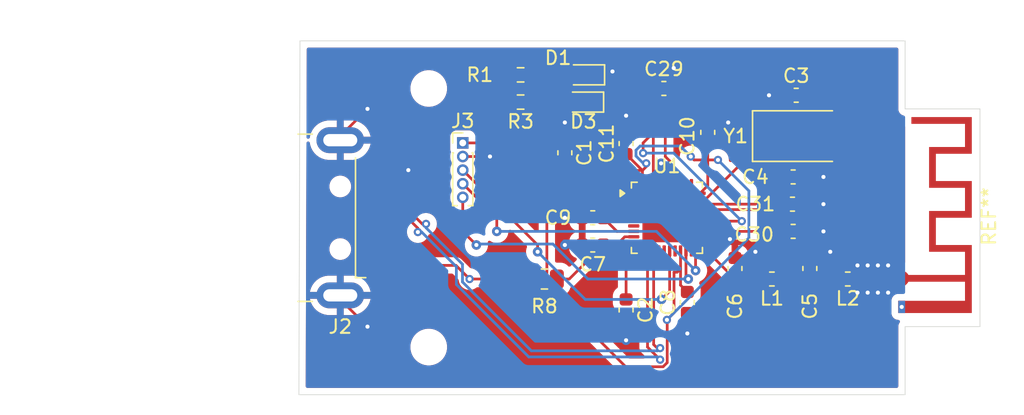
<source format=kicad_pcb>
(kicad_pcb (version 20241229) (generator "pcbnew") (generator_version "9.0")
  (layers (0 "F.Cu" signal) (2 "B.Cu" power) (13 "F.Paste" user) (15 "B.Paste" user) (5 "F.SilkS" user "F.Silkscreen") (7 "B.SilkS" user "B.Silkscreen") (1 "F.Mask" user) (3 "B.Mask" user) (25 "Edge.Cuts" user))
  (net 0 "")
  (net 1 "Net-(U1-DEC1)")
  (net 2 "GND")
  (net 3 "Net-(U1-DECUSB)")
  (net 4 "Net-(U1-XC2)")
  (net 5 "Net-(U1-XC1)")
  (net 6 "Net-(C5-Pad2)")
  (net 7 "Net-(U1-ANT)")
  (net 8 "VDD_nRF")
  (net 9 "Net-(U1-VBUS)")
  (net 10 "DEC4_6")
  (net 11 "DEC3")
  (net 12 "Net-(J3-Pin_4)")
  (net 13 "VBUS")
  (net 14 "Net-(J3-Pin_5)")
  (net 15 "Net-(J3-Pin_3)")
  (net 16 "ANT")
  (net 33 "D+")
  (net 34 "D-")
  (net 35 "Net-(D3-K)")
  (net 36 "Net-(D1-A)")
  (net 37 "Net-(D3-A)")
  (footprint "Capacitor_SMD:C_0603_1608Metric" (layer "F.Cu") (at 162 73.225 -90)
    (property "Reference" "C5" (at 2.775 0 90) (layer "F.SilkS"))
    (property "Value" "1.2pF")
    (fp_line (start -0.14058 0.51) (end 0.14058 0.51) (stroke (width 0.12)) (layer "F.SilkS"))
    (fp_line (start -0.14058 -0.51) (end 0.14058 -0.51) (stroke (width 0.12)) (layer "F.SilkS"))
    (pad "1" smd roundrect (at -0.775 0 270) (size 0.9 0.95) (layers "F.Cu" "F.Mask" "F.Paste") (net 2 "GND"))
    (pad "2" smd roundrect (at 0.775 0 270) (size 0.9 0.95) (layers "F.Cu" "F.Mask" "F.Paste") (net 6 "Net-(C5-Pad2)"))
  )
  (footprint "Connector_USB:USB_A_CNCTech_1001-011-01101_Horizontal" (layer "F.Cu") (at 120.6 69.5 180)
    (property "Reference" "J2" (at -6.9 -8 0) (layer "F.SilkS"))
    (property "Value" "USB_A")
    (fp_line (start -4.85 6.145) (end -3.8 6.145) (stroke (width 0.12)) (layer "F.SilkS"))
    (fp_line (start -4.85 -6.145) (end -3.8 -6.145) (stroke (width 0.12)) (layer "F.SilkS"))
    (fp_line (start -8.02 -4.4) (end -8.02 4.4) (stroke (width 0.12)) (layer "F.SilkS"))
    (fp_line (start -8.02 -4.4) (end -8.775 -4.4) (stroke (width 0.12)) (layer "F.SilkS"))
    (pad "" np_thru_hole circle (at -6.9 -2.3 180) (size 1.1 1.1) (drill 1.1) (layers "*.Cu" "*.Mask"))
    (pad "" np_thru_hole circle (at -6.9 2.3 180) (size 1.1 1.1) (drill 1.1) (layers "*.Cu" "*.Mask"))
    (pad "1" smd rect (at -9.65 -3.5 180) (size 2.5 1.1) (layers "F.Cu" "F.Mask" "F.Paste") (net 13 "VBUS"))
    (pad "2" smd rect (at -9.65 -1 180) (size 2.5 1.1) (layers "F.Cu" "F.Mask" "F.Paste") (net 34 "D-"))
    (pad "3" smd rect (at -9.65 1 180) (size 2.5 1.1) (layers "F.Cu" "F.Mask" "F.Paste") (net 33 "D+"))
    (pad "4" smd rect (at -9.65 3.5 180) (size 2.5 1.1) (layers "F.Cu" "F.Mask" "F.Paste") (net 2 "GND"))
    (pad "5" thru_hole oval (at -6.9 -5.7 180) (size 3.5 1.9) (drill oval 2.5 0.9) (property pad_prop_heatsink) (layers "*.Cu" "*.Mask") (net 2 "GND"))
    (pad "5" thru_hole oval (at -6.9 5.7 180) (size 3.5 1.9) (drill oval 2.5 0.9) (property pad_prop_heatsink) (layers "*.Cu" "*.Mask") (net 2 "GND"))
  )
  (footprint "Connector_PinHeader_1.00mm:PinHeader_1x05_P1.00mm_Vertical" (layer "F.Cu") (at 136.5 64)
    (property "Reference" "J3" (at 0 -1.61 0) (layer "F.SilkS"))
    (property "Value" "Conn_01x05_Pin")
    (fp_line (start -0.745 -0.735) (end 0 -0.735) (stroke (width 0.12)) (layer "F.SilkS"))
    (fp_line (start -0.745 0) (end -0.745 -0.735) (stroke (width 0.12)) (layer "F.SilkS"))
    (fp_line (start -0.745 0.735) (end -0.745 4.61) (stroke (width 0.12)) (layer "F.SilkS"))
    (fp_line (start -0.745 0.735) (end -0.685565 0.735) (stroke (width 0.12)) (layer "F.SilkS"))
    (fp_line (start -0.745 4.61) (end -0.41003 4.61) (stroke (width 0.12)) (layer "F.SilkS"))
    (fp_line (start 0.41003 4.61) (end 0.745 4.61) (stroke (width 0.12)) (layer "F.SilkS"))
    (fp_line (start 0.685565 0.735) (end 0.745 0.735) (stroke (width 0.12)) (layer "F.SilkS"))
    (fp_line (start 0.745 0.735) (end 0.745 4.61) (stroke (width 0.12)) (layer "F.SilkS"))
    (pad "1" thru_hole rect (at 0 0) (size 0.85 0.85) (drill 0.5) (layers "*.Cu" "*.Mask") (net 8 "VDD_nRF"))
    (pad "2" thru_hole circle (at 0 1) (size 0.85 0.85) (drill 0.5) (layers "*.Cu" "*.Mask") (net 2 "GND"))
    (pad "3" thru_hole circle (at 0 2) (size 0.85 0.85) (drill 0.5) (layers "*.Cu" "*.Mask") (net 15 "Net-(J3-Pin_3)"))
    (pad "4" thru_hole circle (at 0 3) (size 0.85 0.85) (drill 0.5) (layers "*.Cu" "*.Mask") (net 12 "Net-(J3-Pin_4)"))
    (pad "5" thru_hole circle (at 0 4) (size 0.85 0.85) (drill 0.5) (layers "*.Cu" "*.Mask") (net 14 "Net-(J3-Pin_5)"))
  )
  (footprint "Resistor_SMD:R_0805_2012Metric" (layer "F.Cu") (at 142.5 74 180)
    (property "Reference" "R8" (at 0 -2 0) (layer "F.SilkS"))
    (property "Value" "2R2")
    (fp_line (start -0.227064 0.735) (end 0.227064 0.735) (stroke (width 0.12)) (layer "F.SilkS"))
    (fp_line (start -0.227064 -0.735) (end 0.227064 -0.735) (stroke (width 0.12)) (layer "F.SilkS"))
    (pad "1" smd roundrect (at -0.9125 0 180) (size 1.025 1.4) (layers "F.Cu" "F.Mask" "F.Paste") (roundrect_rratio 0.243902) (net 9 "Net-(U1-VBUS)"))
    (pad "2" smd roundrect (at 0.9125 0 180) (size 1.025 1.4) (layers "F.Cu" "F.Mask" "F.Paste") (roundrect_rratio 0.243902) (net 13 "VBUS"))
  )
  (footprint "Capacitor_SMD:C_0603_1608Metric" (layer "F.Cu") (at 156.5 73.225 -90)
    (property "Reference" "C6" (at 2.775 0 90) (layer "F.SilkS"))
    (property "Value" "1.0pF")
    (fp_line (start -0.14058 0.51) (end 0.14058 0.51) (stroke (width 0.12)) (layer "F.SilkS"))
    (fp_line (start -0.14058 -0.51) (end 0.14058 -0.51) (stroke (width 0.12)) (layer "F.SilkS"))
    (pad "1" smd roundrect (at -0.775 0 270) (size 0.9 0.95) (layers "F.Cu" "F.Mask" "F.Paste") (net 2 "GND"))
    (pad "2" smd roundrect (at 0.775 0 270) (size 0.9 0.95) (layers "F.Cu" "F.Mask" "F.Paste") (net 7 "Net-(U1-ANT)"))
  )
  (footprint "Capacitor_SMD:C_0603_1608Metric" (layer "F.Cu") (at 160.775 66.5 180)
    (property "Reference" "C4" (at 2.775 0 180) (layer "F.SilkS"))
    (property "Value" "12pF")
    (fp_line (start -0.14058 0.51) (end 0.14058 0.51) (stroke (width 0.12)) (layer "F.SilkS"))
    (fp_line (start -0.14058 -0.51) (end 0.14058 -0.51) (stroke (width 0.12)) (layer "F.SilkS"))
    (pad "1" smd roundrect (at -0.775 0 180) (size 0.9 0.95) (layers "F.Cu" "F.Mask" "F.Paste") (net 2 "GND"))
    (pad "2" smd roundrect (at 0.775 0 180) (size 0.9 0.95) (layers "F.Cu" "F.Mask" "F.Paste") (net 5 "Net-(U1-XC1)"))
  )
  (footprint "Capacitor_SMD:C_0603_1608Metric" (layer "F.Cu") (at 148.5 76.275 -90)
    (property "Reference" "C2" (at 0 -1.43 90) (layer "F.SilkS"))
    (property "Value" "4.7uF")
    (fp_line (start -0.14058 0.51) (end 0.14058 0.51) (stroke (width 0.12)) (layer "F.SilkS"))
    (fp_line (start -0.14058 -0.51) (end 0.14058 -0.51) (stroke (width 0.12)) (layer "F.SilkS"))
    (pad "1" smd roundrect (at -0.775 0 270) (size 0.9 0.95) (layers "F.Cu" "F.Mask" "F.Paste") (net 3 "Net-(U1-DECUSB)"))
    (pad "2" smd roundrect (at 0.775 0 270) (size 0.9 0.95) (layers "F.Cu" "F.Mask" "F.Paste") (net 2 "GND"))
  )
  (footprint "RF_Antenna:Texas_SWRA117D_2.4GHz_Left" (layer "F.Cu") (at 168.75 73.95 -90)
    (property "Reference" "REF**" (at -4.55 -6.41 90) (layer "F.SilkS"))
    (property "Value" "Texas_SWRA117D_2.4GHz_Left")
    (fp_poly (pts (xy -2.45 -2.51) (xy -4.45 -2.51) (xy -4.45 -5.15) (xy -7.15 -5.15) (xy -7.15 -2.51) (xy -9.15 -2.51) (xy -9.15 -5.15) (xy -11.85 -5.15) (xy -11.85 -0.71) (xy -11.35 -0.71) (xy -11.35 -4.65) (xy -9.65 -4.65) (xy -9.65 -2.01) (xy -6.65 -2.01) (xy -6.65 -4.65) (xy -4.95 -4.65) (xy -4.95 -2.01) (xy -1.95 -2.01) (xy -1.95 -4.65) (xy -0.25 -4.65) (xy -0.25 0.25) (xy 0.25 0.25) (xy 0.25 -4.65) (xy 1.65 -4.65) (xy 1.65 0.25) (xy 2.55 0.25) (xy 2.55 0.006785) (xy 2.247583 0.006785) (xy 2.237742 0.054395) (xy 2.213674 0.096797) (xy 2.175731 0.129581) (xy 2.167819 0.133935) (xy 2.125156 0.146043) (xy 2.076637 0.1453) (xy 2.031122 0.1324) (xy 2.012511 0.121787) (xy 1.978868 0.086553) (xy 1.958309 0.041368) (xy 1.951778 -0.008158) (xy 1.960218 -0.056417) (xy 1.977112 -0.088643) (xy 2.012372 -0.121313) (xy 2.057682 -0.141408) (xy 2.107267 -0.147982) (xy 2.155353 -0.140092) (xy 2.188245 -0.123186) (xy 2.223185 -0.086416) (xy 2.242847 -0.041622) (xy 2.247583 0.006785) (xy 2.55 0.006785) (xy 2.55 -5.15) (xy -2.45 -5.15) (xy -2.45 -2.51)) (fill yes) (layer "F.Cu"))
    (pad "1" connect rect (at 0 0 270) (size 0.5 0.5) (layers "F.Cu") (net 16 "ANT"))
    (pad "2" thru_hole rect (at 2.1 0 270) (size 0.9 0.5) (drill 0.3) (layers "*.Cu"))
  )
  (footprint "LED_SMD:LED_0603_1608Metric" (layer "F.Cu") (at 145.3625 61 180)
    (property "Reference" "D3" (at 0 -1.43 0) (layer "F.SilkS"))
    (property "Value" "LED")
    (fp_line (start 0.8 -0.735) (end -1.485 -0.735) (stroke (width 0.12)) (layer "F.SilkS"))
    (fp_line (start -1.485 0.735) (end 0.8 0.735) (stroke (width 0.12)) (layer "F.SilkS"))
    (fp_line (start -1.485 -0.735) (end -1.485 0.735) (stroke (width 0.12)) (layer "F.SilkS"))
    (pad "1" smd roundrect (at -0.7875 0 180) (size 0.875 0.95) (layers "F.Cu" "F.Mask" "F.Paste") (net 35 "Net-(D3-K)"))
    (pad "2" smd roundrect (at 0.7875 0 180) (size 0.875 0.95) (layers "F.Cu" "F.Mask" "F.Paste") (net 37 "Net-(D3-A)"))
  )
  (footprint "Capacitor_SMD:C_0603_1608Metric" (layer "F.Cu") (at 146.05 69.5 180)
    (property "Reference" "C9" (at 2.55 0 180) (layer "F.SilkS"))
    (property "Value" "4.7uF")
    (fp_line (start -0.14058 0.51) (end 0.14058 0.51) (stroke (width 0.12)) (layer "F.SilkS"))
    (fp_line (start -0.14058 -0.51) (end 0.14058 -0.51) (stroke (width 0.12)) (layer "F.SilkS"))
    (pad "1" smd roundrect (at -0.775 0 180) (size 0.9 0.95) (layers "F.Cu" "F.Mask" "F.Paste") (net 8 "VDD_nRF"))
    (pad "2" smd roundrect (at 0.775 0 180) (size 0.9 0.95) (layers "F.Cu" "F.Mask" "F.Paste") (net 2 "GND"))
  )
  (footprint "Package_DFN_QFN:QFN-40-1EP_5x5mm_P0.4mm_EP3.6x3.6mm" (layer "F.Cu") (at 151.5 69.5)
    (property "Reference" "U1" (at 0 -3.8 0) (layer "F.SilkS"))
    (property "Value" "nRF52833_QDxx")
    (fp_line (start -2.61 -2.61) (end -2.185 -2.61) (stroke (width 0.12)) (layer "F.SilkS"))
    (fp_line (start -2.61 -2.185) (end -2.61 -2.61) (stroke (width 0.12)) (layer "F.SilkS"))
    (fp_line (start -2.61 2.61) (end -2.61 2.185) (stroke (width 0.12)) (layer "F.SilkS"))
    (fp_line (start -2.185 2.61) (end -2.61 2.61) (stroke (width 0.12)) (layer "F.SilkS"))
    (fp_line (start 2.185 -2.61) (end 2.61 -2.61) (stroke (width 0.12)) (layer "F.SilkS"))
    (fp_line (start 2.61 -2.61) (end 2.61 -2.185) (stroke (width 0.12)) (layer "F.SilkS"))
    (fp_line (start 2.61 2.185) (end 2.61 2.61) (stroke (width 0.12)) (layer "F.SilkS"))
    (fp_line (start 2.61 2.61) (end 2.185 2.61) (stroke (width 0.12)) (layer "F.SilkS"))
    (fp_poly (pts (xy -3.11 -1.8) (xy -3.44 -1.56) (xy -3.44 -2.04)) (stroke (width 0.12)) (fill yes) (layer "F.SilkS"))
    (pad "1" smd roundrect (at -2.4375 -1.8) (size 0.825 0.25) (layers "F.Cu" "F.Mask" "F.Paste") (net 1 "Net-(U1-DEC1)"))
    (pad "2" smd roundrect (at -2.4375 -1.4) (size 0.825 0.25) (layers "F.Cu" "F.Mask" "F.Paste"))
    (pad "3" smd roundrect (at -2.4375 -1) (size 0.825 0.25) (layers "F.Cu" "F.Mask" "F.Paste"))
    (pad "4" smd roundrect (at -2.4375 -0.6) (size 0.825 0.25) (layers "F.Cu" "F.Mask" "F.Paste"))
    (pad "5" smd roundrect (at -2.4375 -0.2) (size 0.825 0.25) (layers "F.Cu" "F.Mask" "F.Paste"))
    (pad "6" smd roundrect (at -2.4375 0.2) (size 0.825 0.25) (layers "F.Cu" "F.Mask" "F.Paste"))
    (pad "7" smd roundrect (at -2.4375 0.6) (size 0.825 0.25) (layers "F.Cu" "F.Mask" "F.Paste"))
    (pad "8" smd roundrect (at -2.4375 1) (size 0.825 0.25) (layers "F.Cu" "F.Mask" "F.Paste") (net 8 "VDD_nRF"))
    (pad "9" smd roundrect (at -2.4375 1.4) (size 0.825 0.25) (layers "F.Cu" "F.Mask" "F.Paste") (net 9 "Net-(U1-VBUS)"))
    (pad "10" smd roundrect (at -2.4375 1.8) (size 0.825 0.25) (layers "F.Cu" "F.Mask" "F.Paste") (net 9 "Net-(U1-VBUS)"))
    (pad "11" smd roundrect (at -1.8 2.4375) (size 0.25 0.825) (layers "F.Cu" "F.Mask" "F.Paste") (net 3 "Net-(U1-DECUSB)"))
    (pad "12" smd roundrect (at -1.4 2.4375) (size 0.25 0.825) (layers "F.Cu" "F.Mask" "F.Paste") (net 34 "D-"))
    (pad "13" smd roundrect (at -1 2.4375) (size 0.25 0.825) (layers "F.Cu" "F.Mask" "F.Paste") (net 33 "D+"))
    (pad "14" smd roundrect (at -0.6 2.4375) (size 0.25 0.825) (layers "F.Cu" "F.Mask" "F.Paste"))
    (pad "15" smd roundrect (at -0.2 2.4375) (size 0.25 0.825) (layers "F.Cu" "F.Mask" "F.Paste"))
    (pad "16" smd roundrect (at 0.2 2.4375) (size 0.25 0.825) (layers "F.Cu" "F.Mask" "F.Paste") (net 15 "Net-(J3-Pin_3)"))
    (pad "17" smd roundrect (at 0.6 2.4375) (size 0.25 0.825) (layers "F.Cu" "F.Mask" "F.Paste"))
    (pad "18" smd roundrect (at 1 2.4375) (size 0.25 0.825) (layers "F.Cu" "F.Mask" "F.Paste") (net 8 "VDD_nRF"))
    (pad "19" smd roundrect (at 1.4 2.4375) (size 0.25 0.825) (layers "F.Cu" "F.Mask" "F.Paste") (net 14 "Net-(J3-Pin_5)"))
    (pad "20" smd roundrect (at 1.8 2.4375) (size 0.25 0.825) (layers "F.Cu" "F.Mask" "F.Paste") (net 12 "Net-(J3-Pin_4)"))
    (pad "21" smd roundrect (at 2.4375 1.8) (size 0.825 0.25) (layers "F.Cu" "F.Mask" "F.Paste"))
    (pad "22" smd roundrect (at 2.4375 1.4) (size 0.825 0.25) (layers "F.Cu" "F.Mask" "F.Paste"))
    (pad "23" smd roundrect (at 2.4375 1) (size 0.825 0.25) (layers "F.Cu" "F.Mask" "F.Paste"))
    (pad "24" smd roundrect (at 2.4375 0.6) (size 0.825 0.25) (layers "F.Cu" "F.Mask" "F.Paste") (net 7 "Net-(U1-ANT)"))
    (pad "25" smd roundrect (at 2.4375 0.2) (size 0.825 0.25) (layers "F.Cu" "F.Mask" "F.Paste") (net 2 "GND"))
    (pad "26" smd roundrect (at 2.4375 -0.2) (size 0.825 0.25) (layers "F.Cu" "F.Mask" "F.Paste") (net 10 "DEC4_6"))
    (pad "27" smd roundrect (at 2.4375 -0.6) (size 0.825 0.25) (layers "F.Cu" "F.Mask" "F.Paste") (net 11 "DEC3"))
    (pad "28" smd roundrect (at 2.4375 -1) (size 0.825 0.25) (layers "F.Cu" "F.Mask" "F.Paste") (net 5 "Net-(U1-XC1)"))
    (pad "29" smd roundrect (at 2.4375 -1.4) (size 0.825 0.25) (layers "F.Cu" "F.Mask" "F.Paste") (net 4 "Net-(U1-XC2)"))
    (pad "30" smd roundrect (at 2.4375 -1.8) (size 0.825 0.25) (layers "F.Cu" "F.Mask" "F.Paste") (net 8 "VDD_nRF"))
    (pad "31" smd roundrect (at 1.8 -2.4375) (size 0.25 0.825) (layers "F.Cu" "F.Mask" "F.Paste"))
    (pad "32" smd roundrect (at 1.4 -2.4375) (size 0.25 0.825) (layers "F.Cu" "F.Mask" "F.Paste"))
    (pad "33" smd roundrect (at 1 -2.4375) (size 0.25 0.825) (layers "F.Cu" "F.Mask" "F.Paste"))
    (pad "34" smd roundrect (at 0.6 -2.4375) (size 0.25 0.825) (layers "F.Cu" "F.Mask" "F.Paste"))
    (pad "35" smd roundrect (at 0.2 -2.4375) (size 0.25 0.825) (layers "F.Cu" "F.Mask" "F.Paste") (net 35 "Net-(D3-K)"))
    (pad "36" smd roundrect (at -0.2 -2.4375) (size 0.25 0.825) (layers "F.Cu" "F.Mask" "F.Paste"))
    (pad "37" smd roundrect (at -0.6 -2.4375) (size 0.25 0.825) (layers "F.Cu" "F.Mask" "F.Paste") (net 2 "GND"))
    (pad "38" smd roundrect (at -1 -2.4375) (size 0.25 0.825) (layers "F.Cu" "F.Mask" "F.Paste") (net 10 "DEC4_6"))
    (pad "39" smd roundrect (at -1.4 -2.4375) (size 0.25 0.825) (layers "F.Cu" "F.Mask" "F.Paste"))
    (pad "40" smd roundrect (at -1.8 -2.4375) (size 0.25 0.825) (layers "F.Cu" "F.Mask" "F.Paste") (net 8 "VDD_nRF"))
    (pad "41" smd rect (at 0 0) (size 3.6 3.6) (property pad_prop_heatsink) (layers "F.Cu" "F.Mask") (net 2 "GND"))
  )
  (footprint "Capacitor_SMD:C_0603_1608Metric" (layer "F.Cu") (at 153 75.725 90)
    (property "Reference" "C8" (at 0 -1.43 90) (layer "F.SilkS"))
    (property "Value" "100nF")
    (fp_line (start -0.14058 -0.51) (end 0.14058 -0.51) (stroke (width 0.12)) (layer "F.SilkS"))
    (fp_line (start -0.14058 0.51) (end 0.14058 0.51) (stroke (width 0.12)) (layer "F.SilkS"))
    (pad "1" smd roundrect (at -0.775 0 90) (size 0.9 0.95) (layers "F.Cu" "F.Mask" "F.Paste") (net 2 "GND"))
    (pad "2" smd roundrect (at 0.775 0 90) (size 0.9 0.95) (layers "F.Cu" "F.Mask" "F.Paste") (net 8 "VDD_nRF"))
  )
  (footprint "Capacitor_SMD:C_0603_1608Metric" (layer "F.Cu") (at 161 60.5)
    (property "Reference" "C3" (at 0 -1.43 0) (layer "F.SilkS"))
    (property "Value" "12pF")
    (fp_line (start -0.14058 -0.51) (end 0.14058 -0.51) (stroke (width 0.12)) (layer "F.SilkS"))
    (fp_line (start -0.14058 0.51) (end 0.14058 0.51) (stroke (width 0.12)) (layer "F.SilkS"))
    (pad "1" smd roundrect (at -0.775 0) (size 0.9 0.95) (layers "F.Cu" "F.Mask" "F.Paste") (net 2 "GND"))
    (pad "2" smd roundrect (at 0.775 0) (size 0.9 0.95) (layers "F.Cu" "F.Mask" "F.Paste") (net 4 "Net-(U1-XC2)"))
  )
  (footprint "MountingHole:MountingHole_2.2mm_M2" (layer "F.Cu") (at 134 60)
    (property "Reference" "H2" (hide yes))
    (property "Value" "MountingHole")
    (pad "" np_thru_hole circle (at 0 0) (size 2.2 2.2) (drill 2.2) (layers "*.Cu" "*.Mask"))
  )
  (footprint "Capacitor_SMD:C_0603_1608Metric" (layer "F.Cu") (at 160.725 68.5)
    (property "Reference" "C31" (at -2.725 0 0) (layer "F.SilkS"))
    (property "Value" "100pF")
    (fp_line (start -0.14058 -0.51) (end 0.14058 -0.51) (stroke (width 0.12)) (layer "F.SilkS"))
    (fp_line (start -0.14058 0.51) (end 0.14058 0.51) (stroke (width 0.12)) (layer "F.SilkS"))
    (pad "1" smd roundrect (at -0.775 0) (size 0.9 0.95) (layers "F.Cu" "F.Mask" "F.Paste") (net 11 "DEC3"))
    (pad "2" smd roundrect (at 0.775 0) (size 0.9 0.95) (layers "F.Cu" "F.Mask" "F.Paste") (net 2 "GND"))
  )
  (footprint "Resistor_SMD:R_0603_1608Metric" (layer "F.Cu") (at 140.75 59 180)
    (property "Reference" "R1" (at 3 0 0) (layer "F.SilkS"))
    (property "Value" "1.0k")
    (fp_line (start -0.237258 0.5225) (end 0.237258 0.5225) (stroke (width 0.12)) (layer "F.SilkS"))
    (fp_line (start -0.237258 -0.5225) (end 0.237258 -0.5225) (stroke (width 0.12)) (layer "F.SilkS"))
    (pad "1" smd roundrect (at -0.825 0 180) (size 0.8 0.95) (layers "F.Cu" "F.Mask" "F.Paste") (net 36 "Net-(D1-A)"))
    (pad "2" smd roundrect (at 0.825 0 180) (size 0.8 0.95) (layers "F.Cu" "F.Mask" "F.Paste") (net 8 "VDD_nRF"))
  )
  (footprint "Capacitor_SMD:C_0603_1608Metric" (layer "F.Cu") (at 146.05 71.5 180)
    (property "Reference" "C7" (at 0 -1.43 180) (layer "F.SilkS"))
    (property "Value" "4.7uF")
    (fp_line (start -0.14058 0.51) (end 0.14058 0.51) (stroke (width 0.12)) (layer "F.SilkS"))
    (fp_line (start -0.14058 -0.51) (end 0.14058 -0.51) (stroke (width 0.12)) (layer "F.SilkS"))
    (pad "1" smd roundrect (at -0.775 0 180) (size 0.9 0.95) (layers "F.Cu" "F.Mask" "F.Paste") (net 9 "Net-(U1-VBUS)"))
    (pad "2" smd roundrect (at 0.775 0 180) (size 0.9 0.95) (layers "F.Cu" "F.Mask" "F.Paste") (net 2 "GND"))
  )
  (footprint "LED_SMD:LED_0603_1608Metric" (layer "F.Cu") (at 145.435 59 180)
    (property "Reference" "D1" (at 1.935 1.25 0) (layer "F.SilkS"))
    (property "Value" "LED")
    (fp_line (start 0.8 -0.735) (end -1.485 -0.735) (stroke (width 0.12)) (layer "F.SilkS"))
    (fp_line (start -1.485 0.735) (end 0.8 0.735) (stroke (width 0.12)) (layer "F.SilkS"))
    (fp_line (start -1.485 -0.735) (end -1.485 0.735) (stroke (width 0.12)) (layer "F.SilkS"))
    (pad "1" smd roundrect (at -0.7875 0 180) (size 0.875 0.95) (layers "F.Cu" "F.Mask" "F.Paste") (net 2 "GND"))
    (pad "2" smd roundrect (at 0.7875 0 180) (size 0.875 0.95) (layers "F.Cu" "F.Mask" "F.Paste") (net 36 "Net-(D1-A)"))
  )
  (footprint "Capacitor_SMD:C_0603_1608Metric" (layer "F.Cu") (at 160.775 70.5 180)
    (property "Reference" "C30" (at 2.865 -0.235 0) (layer "F.SilkS"))
    (property "Value" "N.C.")
    (fp_line (start -0.14058 0.51) (end 0.14058 0.51) (stroke (width 0.12)) (layer "F.SilkS"))
    (fp_line (start -0.14058 -0.51) (end 0.14058 -0.51) (stroke (width 0.12)) (layer "F.SilkS"))
    (pad "1" smd roundrect (at -0.775 0 180) (size 0.9 0.95) (layers "F.Cu" "F.Mask" "F.Paste") (net 2 "GND"))
    (pad "2" smd roundrect (at 0.775 0 180) (size 0.9 0.95) (layers "F.Cu" "F.Mask" "F.Paste") (net 10 "DEC4_6"))
  )
  (footprint "Capacitor_SMD:C_0603_1608Metric" (layer "F.Cu") (at 151.275 60)
    (property "Reference" "C29" (at 0 -1.43 0) (layer "F.SilkS"))
    (property "Value" "1.0uF")
    (fp_line (start -0.14058 -0.51) (end 0.14058 -0.51) (stroke (width 0.12)) (layer "F.SilkS"))
    (fp_line (start -0.14058 0.51) (end 0.14058 0.51) (stroke (width 0.12)) (layer "F.SilkS"))
    (pad "1" smd roundrect (at -0.775 0) (size 0.9 0.95) (layers "F.Cu" "F.Mask" "F.Paste") (net 10 "DEC4_6"))
    (pad "2" smd roundrect (at 0.775 0) (size 0.9 0.95) (layers "F.Cu" "F.Mask" "F.Paste") (net 2 "GND"))
  )
  (footprint "Capacitor_SMD:C_0603_1608Metric" (layer "F.Cu") (at 148.5 64.05 90)
    (property "Reference" "C11" (at 0 -1.43 90) (layer "F.SilkS"))
    (property "Value" "1.0uF")
    (fp_line (start -0.14058 -0.51) (end 0.14058 -0.51) (stroke (width 0.12)) (layer "F.SilkS"))
    (fp_line (start -0.14058 0.51) (end 0.14058 0.51) (stroke (width 0.12)) (layer "F.SilkS"))
    (pad "1" smd roundrect (at -0.775 0 90) (size 0.9 0.95) (layers "F.Cu" "F.Mask" "F.Paste") (net 8 "VDD_nRF"))
    (pad "2" smd roundrect (at 0.775 0 90) (size 0.9 0.95) (layers "F.Cu" "F.Mask" "F.Paste") (net 2 "GND"))
  )
  (footprint "MountingHole:MountingHole_2.2mm_M2" (layer "F.Cu") (at 134 79)
    (property "Reference" "H1" (hide yes))
    (property "Value" "MountingHole")
    (pad "" np_thru_hole circle (at 0 0) (size 2.2 2.2) (drill 2.2) (layers "*.Cu" "*.Mask"))
  )
  (footprint "Capacitor_SMD:C_0603_1608Metric" (layer "F.Cu") (at 154.5 63.225 -90)
    (property "Reference" "C10" (at 0.275 1.5 90) (layer "F.SilkS"))
    (property "Value" "100nF")
    (fp_line (start -0.14058 0.51) (end 0.14058 0.51) (stroke (width 0.12)) (layer "F.SilkS"))
    (fp_line (start -0.14058 -0.51) (end 0.14058 -0.51) (stroke (width 0.12)) (layer "F.SilkS"))
    (pad "1" smd roundrect (at -0.775 0 270) (size 0.9 0.95) (layers "F.Cu" "F.Mask" "F.Paste") (net 2 "GND"))
    (pad "2" smd roundrect (at 0.775 0 270) (size 0.9 0.95) (layers "F.Cu" "F.Mask" "F.Paste") (net 8 "VDD_nRF"))
  )
  (footprint "Inductor_SMD:L_0603_1608Metric" (layer "F.Cu") (at 164.7875 74 180)
    (property "Reference" "L2" (at 0 -1.43 0) (layer "F.SilkS"))
    (property "Value" "2.2nH")
    (fp_line (start -0.162779 0.51) (end 0.162779 0.51) (stroke (width 0.12)) (layer "F.SilkS"))
    (fp_line (start -0.162779 -0.51) (end 0.162779 -0.51) (stroke (width 0.12)) (layer "F.SilkS"))
    (pad "1" smd roundrect (at -0.7875 0 180) (size 0.875 0.95) (layers "F.Cu" "F.Mask" "F.Paste") (net 16 "ANT"))
    (pad "2" smd roundrect (at 0.7875 0 180) (size 0.875 0.95) (layers "F.Cu" "F.Mask" "F.Paste") (net 6 "Net-(C5-Pad2)"))
  )
  (footprint "Crystal:Crystal_SMD_5032-2Pin_5.0x3.2mm" (layer "F.Cu") (at 160.9 63.5)
    (property "Reference" "Y1" (at -4.35 0 0) (layer "F.SilkS"))
    (property "Value" "32MHz")
    (fp_line (start -3.11 -1.86) (end -3.11 1.86) (stroke (width 0.12)) (layer "F.SilkS"))
    (fp_line (start -3.11 1.86) (end 2.76 1.86) (stroke (width 0.12)) (layer "F.SilkS"))
    (fp_line (start 2.76 -1.86) (end -3.11 -1.86) (stroke (width 0.12)) (layer "F.SilkS"))
    (pad "1" smd roundrect (at -1.85 0) (size 2 2.4) (layers "F.Cu" "F.Mask" "F.Paste") (roundrect_rratio 0.125) (net 5 "Net-(U1-XC1)"))
    (pad "2" smd roundrect (at 1.85 0) (size 2 2.4) (layers "F.Cu" "F.Mask" "F.Paste") (roundrect_rratio 0.125) (net 4 "Net-(U1-XC2)"))
  )
  (footprint "Inductor_SMD:L_0603_1608Metric" (layer "F.Cu") (at 159.2125 74 180)
    (property "Reference" "L1" (at 0 -1.43 0) (layer "F.SilkS"))
    (property "Value" "4.7nH")
    (fp_line (start -0.162779 0.51) (end 0.162779 0.51) (stroke (width 0.12)) (layer "F.SilkS"))
    (fp_line (start -0.162779 -0.51) (end 0.162779 -0.51) (stroke (width 0.12)) (layer "F.SilkS"))
    (pad "1" smd roundrect (at -0.7875 0 180) (size 0.875 0.95) (layers "F.Cu" "F.Mask" "F.Paste") (net 6 "Net-(C5-Pad2)"))
    (pad "2" smd roundrect (at 0.7875 0 180) (size 0.875 0.95) (layers "F.Cu" "F.Mask" "F.Paste") (net 7 "Net-(U1-ANT)"))
  )
  (footprint "Resistor_SMD:R_0603_1608Metric" (layer "F.Cu") (at 140.75 61 180)
    (property "Reference" "R3" (at 0 -1.43 0) (layer "F.SilkS"))
    (property "Value" "1.0k")
    (fp_line (start -0.237258 0.5225) (end 0.237258 0.5225) (stroke (width 0.12)) (layer "F.SilkS"))
    (fp_line (start -0.237258 -0.5225) (end 0.237258 -0.5225) (stroke (width 0.12)) (layer "F.SilkS"))
    (pad "1" smd roundrect (at -0.825 0 180) (size 0.8 0.95) (layers "F.Cu" "F.Mask" "F.Paste") (net 37 "Net-(D3-A)"))
    (pad "2" smd roundrect (at 0.825 0 180) (size 0.8 0.95) (layers "F.Cu" "F.Mask" "F.Paste") (net 8 "VDD_nRF"))
  )
  (footprint "Capacitor_SMD:C_0603_1608Metric" (layer "F.Cu") (at 144 64.725 -90)
    (property "Reference" "C1" (at 0 -1.43 90) (layer "F.SilkS"))
    (property "Value" "100nF")
    (fp_line (start -0.14058 0.51) (end 0.14058 0.51) (stroke (width 0.12)) (layer "F.SilkS"))
    (fp_line (start -0.14058 -0.51) (end 0.14058 -0.51) (stroke (width 0.12)) (layer "F.SilkS"))
    (pad "1" smd roundrect (at -0.775 0 270) (size 0.9 0.95) (layers "F.Cu" "F.Mask" "F.Paste") (net 2 "GND"))
    (pad "2" smd roundrect (at 0.775 0 270) (size 0.9 0.95) (layers "F.Cu" "F.Mask" "F.Paste") (net 1 "Net-(U1-DEC1)"))
  )
  (gr_line (start 169 82.5) (end 124.46 82.5) (stroke (width 0.05)) (layer "Edge.Cuts"))
  (gr_line (start 169 56.5) (end 169 61.5) (stroke (width 0.05)) (layer "Edge.Cuts"))
  (gr_line (start 169 77.5) (end 169 82.5) (stroke (width 0.05)) (layer "Edge.Cuts"))
  (gr_line (start 169 77.5) (end 174.5 77.5) (stroke (width 0.05)) (layer "Edge.Cuts"))
  (gr_line (start 174.5 61.5) (end 174.5 77.5) (stroke (width 0.05)) (layer "Edge.Cuts"))
  (gr_line (start 124.54 56.5) (end 169 56.5) (stroke (width 0.05)) (layer "Edge.Cuts"))
  (gr_line (start 124.46 82.5) (end 124.54 56.5) (stroke (width 0.05)) (layer "Edge.Cuts"))
  (gr_line (start 169 61.5) (end 174.5 61.5) (stroke (width 0.05)) (layer "Edge.Cuts"))
  (segment (start 146.2 67.7) (end 144 65.5) (width 0.2) (layer "F.Cu") (net 1))
  (segment (start 149.0625 67.7) (end 146.2 67.7) (width 0.2) (layer "F.Cu") (net 1))
  (segment (start 162 72.45) (end 163.05 72.45) (width 0.2) (layer "F.Cu") (net 2))
  (segment (start 154.406624 69.7) (end 155.776624 71.07) (width 0.2) (layer "F.Cu") (net 2))
  (segment (start 136.5 65) (end 138.5 65) (width 0.2) (layer "F.Cu") (net 2))
  (segment (start 148.5 77.05) (end 148.5 78.5) (width 0.3) (layer "F.Cu") (net 2))
  (segment (start 144 63.95) (end 144 62.5) (width 0.3) (layer "F.Cu") (net 2))
  (segment (start 157.55 72.45) (end 158 72) (width 0.2) (layer "F.Cu") (net 2))
  (segment (start 154.5 62.45) (end 155.95 62.45) (width 0.2) (layer "F.Cu") (net 2))
  (segment (start 152.05 58.55) (end 152 58.5) (width 0.2) (layer "F.Cu") (net 2))
  (segment (start 155.776624 71.07) (end 156.128763 71.07) (width 0.2) (layer "F.Cu") (net 2))
  (segment (start 160.225 60.5) (end 159 60.5) (width 0.3) (layer "F.Cu") (net 2))
  (segment (start 148.5 63.275) (end 148.5 62) (width 0.3) (layer "F.Cu") (net 2))
  (segment (start 127.5 75.5) (end 129.5 77.5) (width 0.2) (layer "F.Cu") (net 2))
  (segment (start 161.55 66.5) (end 163 66.5) (width 0.2) (layer "F.Cu") (net 2))
  (segment (start 153.9375 69.7) (end 151.7 69.7) (width 0.2) (layer "F.Cu") (net 2))
  (segment (start 130.25 66) (end 132.5 66) (width 0.2) (layer "F.Cu") (net 2))
  (segment (start 153.9375 69.7) (end 154.406624 69.7) (width 0.2) (layer "F.Cu") (net 2))
  (segment (start 152.05 60) (end 152.05 58.55) (width 0.2) (layer "F.Cu") (net 2))
  (segment (start 147.25 59) (end 147.5 58.75) (width 0.2) (layer "F.Cu") (net 2))
  (segment (start 161.5 68.5) (end 163 68.5) (width 0.2) (layer "F.Cu") (net 2))
  (segment (start 145.275 71.5) (end 144 71.5) (width 0.3) (layer "F.Cu") (net 2))
  (segment (start 155.95 62.45) (end 156 62.5) (width 0.2) (layer "F.Cu") (net 2))
  (segment (start 151.7 69.7) (end 151.5 69.5) (width 0.2) (layer "F.Cu") (net 2))
  (segment (start 127.5 63.8) (end 127.5 63.5) (width 0.2) (layer "F.Cu") (net 2))
  (segment (start 145.275 69.5) (end 144 69.5) (width 0.3) (layer "F.Cu") (net 2))
  (segment (start 150.9 67.0625) (end 150.9 65.67) (width 0.2) (layer "F.Cu") (net 2))
  (segment (start 161.55 70.5) (end 163 70.5) (width 0.2) (layer "F.Cu") (net 2))
  (segment (start 163.05 72.45) (end 163.5 72) (width 0.2) (layer "F.Cu") (net 2))
  (segment (start 153 76.5) (end 153 78) (width 0.3) (layer "F.Cu") (net 2))
  (segment (start 150.9 65.67) (end 151.07 65.5) (width 0.2) (layer "F.Cu") (net 2))
  (segment (start 127.5 75.2) (end 127.5 75.5) (width 0.2) (layer "F.Cu") (net 2))
  (segment (start 127.5 63.5) (end 129.5 61.5) (width 0.2) (layer "F.Cu") (net 2))
  (segment (start 156.5 72.45) (end 157.55 72.45) (width 0.2) (layer "F.Cu") (net 2))
  (segment (start 146.2225 59) (end 147.25 59) (width 0.2) (layer "F.Cu") (net 2))
  (via (at 163 66.5) (size 0.7) (drill 0.3) (layers "F.Cu" "B.Cu") (net 2))
  (via (at 153 78) (size 0.7) (drill 0.3) (layers "F.Cu" "B.Cu") (net 2))
  (via (at 165.5 75) (size 0.6) (drill 0.3) (layers "F.Cu" "B.Cu") (net 2))
  (via (at 148.5 62) (size 0.7) (drill 0.3) (layers "F.Cu" "B.Cu") (net 2))
  (via (at 163.5 72) (size 0.6) (drill 0.3) (layers "F.Cu" "B.Cu") (net 2))
  (via (at 138.5 65) (size 0.7) (drill 0.3) (layers "F.Cu" "B.Cu") (net 2))
  (via (at 144 69.5) (size 0.7) (drill 0.3) (layers "F.Cu" "B.Cu") (net 2))
  (via (at 167.75 73) (size 0.6) (drill 0.3) (layers "F.Cu" "B.Cu") (net 2))
  (via (at 132.5 66) (size 0.7) (drill 0.3) (layers "F.Cu" "B.Cu") (net 2))
  (via (at 156 62.5) (size 0.7) (drill 0.3) (layers "F.Cu" "B.Cu") (net 2))
  (via (at 167 75) (size 0.6) (drill 0.3) (layers "F.Cu" "B.Cu") (net 2))
  (via (at 148.5 78.5) (size 0.7) (drill 0.3) (layers "F.Cu" "B.Cu") (net 2))
  (via (at 156.128763 71.07) (size 0.7) (drill 0.3) (layers "F.Cu" "B.Cu") (net 2))
  (via (at 158 72) (size 0.6) (drill 0.3) (layers "F.Cu" "B.Cu") (net 2))
  (via (at 129.5 61.5) (size 0.7) (drill 0.3) (layers "F.Cu" "B.Cu") (net 2))
  (via (at 151.07 65.5) (size 0.7) (drill 0.3) (layers "F.Cu" "B.Cu") (net 2))
  (via (at 167.75 75) (size 0.6) (drill 0.3) (layers "F.Cu" "B.Cu") (net 2))
  (via (at 147.5 58.75) (size 0.6) (drill 0.3) (layers "F.Cu" "B.Cu") (net 2))
  (via (at 129.5 77.5) (size 0.7) (drill 0.3) (layers "F.Cu" "B.Cu") (net 2))
  (via (at 144 62.5) (size 0.7) (drill 0.3) (layers "F.Cu" "B.Cu") (net 2))
  (via (at 144 71.5) (size 0.7) (drill 0.3) (layers "F.Cu" "B.Cu") (net 2))
  (via (at 163 68.5) (size 0.7) (drill 0.3) (layers "F.Cu" "B.Cu") (net 2))
  (via (at 152 58.5) (size 0.7) (drill 0.3) (layers "F.Cu" "B.Cu") (net 2))
  (via (at 167 73) (size 0.6) (drill 0.3) (layers "F.Cu" "B.Cu") (net 2))
  (via (at 159 60.5) (size 0.7) (drill 0.3) (layers "F.Cu" "B.Cu") (net 2))
  (via (at 165.5 73) (size 0.6) (drill 0.3) (layers "F.Cu" "B.Cu") (net 2))
  (via (at 163 70.5) (size 0.7) (drill 0.3) (layers "F.Cu" "B.Cu") (net 2))
  (via (at 166.25 75) (size 0.6) (drill 0.3) (layers "F.Cu" "B.Cu") (net 2))
  (via (at 166.25 73) (size 0.6) (drill 0.3) (layers "F.Cu" "B.Cu") (net 2))
  (segment (start 148.5 73.1375) (end 149.7 71.9375) (width 0.2) (layer "F.Cu") (net 3))
  (segment (start 148.5 75.5) (end 148.5 73.1375) (width 0.2) (layer "F.Cu") (net 3))
  (segment (start 160.196 62.079) (end 161.775 60.5) (width 0.2) (layer "F.Cu") (net 4))
  (segment (start 162.75 63.5) (end 162.75 61.475) (width 0.2) (layer "F.Cu") (net 4))
  (segment (start 162.75 61.475) (end 161.775 60.5) (width 0.2) (layer "F.Cu") (net 4))
  (segment (start 153.9375 68.1) (end 154.381022 68.1) (width 0.2) (layer "F.Cu") (net 4))
  (segment (start 157.829 62.347978) (end 158.097978 62.079) (width 0.2) (layer "F.Cu") (net 4))
  (segment (start 157.829 64.652022) (end 157.829 62.347978) (width 0.2) (layer "F.Cu") (net 4))
  (segment (start 154.381022 68.1) (end 157.829 64.652022) (width 0.2) (layer "F.Cu") (net 4))
  (segment (start 158.097978 62.079) (end 160.196 62.079) (width 0.2) (layer "F.Cu") (net 4))
  (segment (start 160 64.45) (end 159.05 63.5) (width 0.2) (layer "F.Cu") (net 5))
  (segment (start 160 66.5) (end 158 68.5) (width 0.2) (layer "F.Cu") (net 5))
  (segment (start 158 68.5) (end 153.9375 68.5) (width 0.2) (layer "F.Cu") (net 5))
  (segment (start 160 66.5) (end 160 64.45) (width 0.2) (layer "F.Cu") (net 5))
  (segment (start 160 74) (end 162 74) (width 0.2) (layer "F.Cu") (net 6))
  (segment (start 162 74) (end 164 74) (width 0.2) (layer "F.Cu") (net 6))
  (segment (start 154.571 70.318338) (end 154.352662 70.1) (width 0.2) (layer "F.Cu") (net 7))
  (segment (start 156.5 74) (end 158.425 74) (width 0.2) (layer "F.Cu") (net 7))
  (segment (start 154.352662 70.1) (end 153.9375 70.1) (width 0.2) (layer "F.Cu") (net 7))
  (segment (start 156.5 74) (end 154.571 72.071) (width 0.2) (layer "F.Cu") (net 7))
  (segment (start 154.571 72.071) (end 154.571 70.318338) (width 0.2) (layer "F.Cu") (net 7))
  (segment (start 138.25 61.5) (end 138.25 60) (width 0.2) (layer "F.Cu") (net 8))
  (segment (start 139.25 59) (end 139.925 59) (width 0.2) (layer "F.Cu") (net 8))
  (segment (start 149.98 65.745) (end 149.98 65.5) (width 0.2) (layer "F.Cu") (net 8))
  (segment (start 153 74.95) (end 152.5 74.45) (width 0.2) (layer "F.Cu") (net 8))
  (segment (start 151.521 77.021) (end 151.521 80.140806) (width 0.2) (layer "F.Cu") (net 8))
  (segment (start 151.5 77) (end 152.021 76.479) (width 0.2) (layer "F.Cu") (net 8))
  (segment (start 152.5 74.45) (end 152.5 73.25) (width 0.2) (layer "F.Cu") (net 8))
  (segment (start 154.5 65.25) (end 155.25 65.25) (width 0.2) (layer "F.Cu") (net 8))
  (segment (start 152.5 73.25) (end 152.5 71.9375) (width 0.2) (layer "F.Cu") (net 8))
  (segment (start 139.925 63.575) (end 139.5 64) (width 0.2) (layer "F.Cu") (net 8))
  (segment (start 148.472978 80.446) (end 142.679 74.652022) (width 0.2) (layer "F.Cu") (net 8))
  (segment (start 136.5 64) (end 139.5 64) (width 0.2) (layer "F.Cu") (net 8))
  (segment (start 151.521 80.140806) (end 151.215806 80.446) (width 0.2) (layer "F.Cu") (net 8))
  (segment (start 147.825 70.5) (end 149.0625 70.5) (width 0.2) (layer "F.Cu") (net 8))
  (segment (start 153.5 65.25) (end 154.5 65.25) (width 0.2) (layer "F.Cu") (net 8))
  (segment (start 149.7 66.025) (end 146.525 66.025) (width 0.2) (layer "F.Cu") (net 8))
  (segment (start 152.021 73.5) (end 152.25 73.5) (width 0.2) (layer "F.Cu") (net 8))
  (segment (start 138.25 60) (end 139.25 59) (width 0.2) (layer "F.Cu") (net 8))
  (segment (start 146.825 69.5) (end 147.825 70.5) (width 0.2) (layer "F.Cu") (net 8))
  (segment (start 139.25 62.5) (end 138.25 61.5) (width 0.2) (layer "F.Cu") (net 8))
  (segment (start 144.825 67.5) (end 146.825 69.5) (width 0.2) (layer "F.Cu") (net 8))
  (segment (start 151.5 77) (end 151.521 77.021) (width 0.2) (layer "F.Cu") (net 8))
  (segment (start 145.329 64.829) (end 143.559026 64.829) (width 0.2) (layer "F.Cu") (net 8))
  (segment (start 154.5 67.1375) (end 153.9375 67.7) (width 0.2) (layer "F.Cu") (net 8))
  (segment (start 152.25 73.5) (end 152.5 73.25) (width 0.2) (layer "F.Cu") (net 8))
  (segment (start 139.925 62.5) (end 139.25 62.5) (width 0.2) (layer "F.Cu") (net 8))
  (segment (start 139.925 61) (end 139.925 62.5) (width 0.2) (layer "F.Cu") (net 8))
  (segment (start 146.525 66.025) (end 145.329 64.829) (width 0.2) (layer "F.Cu") (net 8))
  (segment (start 154.5 64) (end 154.5 65.25) (width 0.2) (layer "F.Cu") (net 8))
  (segment (start 142.679 67.821) (end 143 67.5) (width 0.2) (layer "F.Cu") (net 8))
  (segment (start 139.5 64) (end 143 67.5) (width 0.2) (layer "F.Cu") (net 8))
  (segment (start 143 65.388026) (end 143 67.5) (width 0.2) (layer "F.Cu") (net 8))
  (segment (start 139.925 62.5) (end 139.925 63.575) (width 0.2) (layer "F.Cu") (net 8))
  (segment (start 153.25 65) (end 153.5 65.25) (width 0.2) (layer "F.Cu") (net 8))
  (segment (start 143.559026 64.829) (end 143 65.388026) (width 0.2) (layer "F.Cu") (net 8))
  (segment (start 152.021 76.479) (end 152.021 73.5) (width 0.2) (layer "F.Cu") (net 8))
  (segment (start 154.5 65.25) (end 154.5 67.1375) (width 0.2) (layer "F.Cu") (net 8))
  (segment (start 142.679 74.652022) (end 142.679 67.821) (width 0.2) (layer "F.Cu") (net 8))
  (segment (start 149.7 66.025) (end 148.5 64.825) (width 0.2) (layer "F.Cu") (net 8))
  (segment (start 149.7 67.0625) (end 149.7 66.025) (width 0.2) (layer "F.Cu") (net 8))
  (segment (start 143 67.5) (end 144.825 67.5) (width 0.2) (layer "F.Cu") (net 8))
  (segment (start 151.215806 80.446) (end 148.472978 80.446) (width 0.2) (layer "F.Cu") (net 8))
  (segment (start 149.7 66.025) (end 149.98 65.745) (width 0.2) (layer "F.Cu") (net 8))
  (via (at 155.25 65.25) (size 0.6) (drill 0.3) (layers "F.Cu" "B.Cu") (net 8))
  (via (at 151.5 77) (size 0.6) (drill 0.3) (layers "F.Cu" "B.Cu") (net 8))
  (via (at 153.25 65) (size 0.6) (drill 0.3) (layers "F.Cu" "B.Cu") (net 8))
  (via (at 149.98 65.5) (size 0.6) (drill 0.3) (layers "F.Cu" "B.Cu") (net 8))
  (segment (start 152.479 64.229) (end 153.25 65) (width 0.2) (layer "B.Cu") (net 8))
  (segment (start 157.521 70.979) (end 151.5 77) (width 0.2) (layer "B.Cu") (net 8))
  (segment (start 149.98 65.5) (end 149.763194 65.5) (width 0.2) (layer "B.Cu") (net 8))
  (segment (start 149.229 64.965806) (end 149.229 64.534194) (width 0.2) (layer "B.Cu") (net 8))
  (segment (start 155.25 65.25) (end 157.521 67.521) (width 0.2) (layer "B.Cu") (net 8))
  (segment (start 149.229 64.534194) (end 149.534194 64.229) (width 0.2) (layer "B.Cu") (net 8))
  (segment (start 157.521 67.521) (end 157.521 70.979) (width 0.2) (layer "B.Cu") (net 8))
  (segment (start 149.763194 65.5) (end 149.229 64.965806) (width 0.2) (layer "B.Cu") (net 8))
  (segment (start 149.534194 64.229) (end 152.479 64.229) (width 0.2) (layer "B.Cu") (net 8))
  (segment (start 149.0625 70.9) (end 148.4 70.9) (width 0.2) (layer "F.Cu") (net 9))
  (segment (start 144.325 74) (end 143.4125 74) (width 0.2) (layer "F.Cu") (net 9))
  (segment (start 148 71.3) (end 147.025 71.3) (width 0.2) (layer "F.Cu") (net 9))
  (segment (start 148.4 70.9) (end 148 71.3) (width 0.2) (layer "F.Cu") (net 9))
  (segment (start 149.0625 71.3) (end 148 71.3) (width 0.2) (layer "F.Cu") (net 9))
  (segment (start 147.025 71.3) (end 146.825 71.5) (width 0.2) (layer "F.Cu") (net 9))
  (segment (start 146.825 71.5) (end 144.325 74) (width 0.2) (layer "F.Cu") (net 9))
  (segment (start 155.625 70.125) (end 156 70.5) (width 0.2) (layer "F.Cu") (net 10))
  (segment (start 153.9375 69.3) (end 154.8 69.3) (width 0.2) (layer "F.Cu") (net 10))
  (segment (start 155.625 70.125) (end 156 69.75) (width 0.2) (layer "F.Cu") (net 10))
  (segment (start 149.75 64.75) (end 149.75 64) (width 0.2) (layer "F.Cu") (net 10))
  (segment (start 156 70.5) (end 160 70.5) (width 0.2) (layer "F.Cu") (net 10))
  (segment (start 150.5 63.25) (end 150.5 60) (width 0.2) (layer "F.Cu") (net 10))
  (segment (start 156 69.75) (end 157 69.75) (width 0.2) (layer "F.Cu") (net 10))
  (segment (start 150.5 67.0625) (end 150.5 63.25) (width 0.2) (layer "F.Cu") (net 10))
  (segment (start 149.75 64) (end 150.5 63.25) (width 0.2) (layer "F.Cu") (net 10))
  (segment (start 154.8 69.3) (end 155.625 70.125) (width 0.2) (layer "F.Cu") (net 10))
  (via (at 149.75 64.75) (size 0.6) (drill 0.3) (layers "F.Cu" "B.Cu") (net 10))
  (via (at 157 69.75) (size 0.6) (drill 0.3) (layers "F.Cu" "B.Cu") (net 10))
  (segment (start 152 64.75) (end 149.75 64.75) (width 0.2) (layer "B.Cu") (net 10))
  (segment (start 157 69.75) (end 152 64.75) (width 0.2) (layer "B.Cu") (net 10))
  (segment (start 153.9375 68.9) (end 159.55 68.9) (width 0.2) (layer "F.Cu") (net 11))
  (segment (start 159.55 68.9) (end 159.95 68.5) (width 0.2) (layer "F.Cu") (net 11))
  (segment (start 139 69.5) (end 139 70.5) (width 0.2) (layer "F.Cu") (net 12))
  (segment (start 136.5 67) (end 139 69.5) (width 0.2) (layer "F.Cu") (net 12))
  (segment (start 153.604674 72.242174) (end 153.3 71.9375) (width 0.2) (layer "F.Cu") (net 12))
  (segment (start 153.604674 73.378286) (end 153.604674 72.242174) (width 0.2) (layer "F.Cu") (net 12))
  (via (at 153.604674 73.378286) (size 0.7) (drill 0.3) (layers "F.Cu" "B.Cu") (net 12))
  (via (at 139 70.5) (size 0.7) (drill 0.3) (layers "F.Cu" "B.Cu") (net 12))
  (segment (start 150.726388 70.5) (end 153.604674 73.378286) (width 0.2) (layer "B.Cu") (net 12))
  (segment (start 139 70.5) (end 150.726388 70.5) (width 0.2) (layer "B.Cu") (net 12))
  (segment (start 141.8 74) (end 141.5875 74) (width 0.3) (layer "F.Cu") (net 13))
  (segment (start 137 74) (end 141.5875 74) (width 0.2) (layer "F.Cu") (net 13))
  (segment (start 136 73) (end 137 74) (width 0.2) (layer "F.Cu") (net 13))
  (segment (start 130.25 73) (end 136 73) (width 0.2) (layer "F.Cu") (net 13))
  (via (at 137 74) (size 0.6) (drill 0.3) (layers "F.Cu" "B.Cu") (net 13))
  (segment (start 136.929 73.929) (end 137 74) (width 0.2) (layer "B.Cu") (net 13))
  (segment (start 136.5 68) (end 136.5 70.5) (width 0.2) (layer "F.Cu") (net 14))
  (segment (start 152.9 73.83) (end 152.9 71.9375) (width 0.2) (layer "F.Cu") (net 14))
  (segment (start 153.07 74) (end 152.9 73.83) (width 0.2) (layer "F.Cu") (net 14))
  (segment (start 136.5 70.5) (end 137.5 71.5) (width 0.2) (layer "F.Cu") (net 14))
  (via (at 137.5 71.5) (size 0.7) (drill 0.3) (layers "F.Cu" "B.Cu") (net 14))
  (via (at 153.07 74) (size 0.7) (drill 0.3) (layers "F.Cu" "B.Cu") (net 14))
  (segment (start 145.692484 74) (end 153.07 74) (width 0.2) (layer "B.Cu") (net 14))
  (segment (start 137.571 71.429) (end 143.121484 71.429) (width 0.2) (layer "B.Cu") (net 14))
  (segment (start 137.5 71.5) (end 137.571 71.429) (width 0.2) (layer "B.Cu") (net 14))
  (segment (start 143.121484 71.429) (end 145.692484 74) (width 0.2) (layer "B.Cu") (net 14))
  (segment (start 151.7 74.896979) (end 151.7 71.9375) (width 0.2) (layer "F.Cu") (net 15))
  (segment (start 136.5 66) (end 142 71.5) (width 0.2) (layer "F.Cu") (net 15))
  (segment (start 151.096979 75.5) (end 151.7 74.896979) (width 0.2) (layer "F.Cu") (net 15))
  (segment (start 142 71.5) (end 142 72) (width 0.2) (layer "F.Cu") (net 15))
  (via (at 142 72) (size 0.7) (drill 0.3) (layers "F.Cu" "B.Cu") (net 15))
  (via (at 151.096979 75.5) (size 0.7) (drill 0.3) (layers "F.Cu" "B.Cu") (net 15))
  (segment (start 142 72) (end 145.5 75.5) (width 0.2) (layer "B.Cu") (net 15))
  (segment (start 145.5 75.5) (end 151.096979 75.5) (width 0.2) (layer "B.Cu") (net 15))
  (segment (start 168.7 74) (end 168.75 73.95) (width 1.1) (layer "F.Cu") (net 16))
  (segment (start 165.575 74) (end 168.7 74) (width 1.1) (layer "F.Cu") (net 16))
  (segment (start 150.525001 78.813604) (end 150.525001 71.962501) (width 0.2) (layer "F.Cu") (net 33))
  (segment (start 150.786397 79.075) (end 150.525001 78.813604) (width 0.2) (layer "F.Cu") (net 33))
  (segment (start 130.25 68.5) (end 130.95 68.5) (width 0.2) (layer "F.Cu") (net 33))
  (segment (start 131.725 69.275) (end 132.843199 69.275) (width 0.2) (layer "F.Cu") (net 33))
  (segment (start 151 79.075) (end 150.786397 79.075) (width 0.2) (layer "F.Cu") (net 33))
  (segment (start 150.55198 72.124716) (end 150.55198 71.9375) (width 0.2) (layer "F.Cu") (net 33))
  (segment (start 132.843199 69.275) (end 133.517678 69.949479) (width 0.2) (layer "F.Cu") (net 33))
  (segment (start 130.95 68.5) (end 131.725 69.275) (width 0.2) (layer "F.Cu") (net 33))
  (segment (start 150.526979 72.149717) (end 150.55198 72.124716) (width 0.2) (layer "F.Cu") (net 33))
  (segment (start 150.525001 71.962501) (end 150.5 71.9375) (width 0.2) (layer "F.Cu") (net 33))
  (segment (start 133.517678 69.949479) (end 133.800521 69.949479) (width 0.2) (layer "F.Cu") (net 33))
  (via (at 151 79.075) (size 0.6) (drill 0.3) (layers "F.Cu" "B.Cu") (net 33))
  (via (at 133.800521 69.949479) (size 0.6) (drill 0.3) (layers "F.Cu" "B.Cu") (net 33))
  (segment (start 150.800001 79.274999) (end 151 79.075) (width 0.2) (layer "B.Cu") (net 33))
  (segment (start 141.538193 79.274999) (end 150.800001 79.274999) (width 0.2) (layer "B.Cu") (net 33))
  (segment (start 136.479 74.215806) (end 141.538193 79.274999) (width 0.2) (layer "B.Cu") (net 33))
  (segment (start 133.800521 70.232322) (end 136.479 72.910801) (width 0.2) (layer "B.Cu") (net 33))
  (segment (start 136.479 72.910801) (end 136.479 74.215806) (width 0.2) (layer "B.Cu") (net 33))
  (segment (start 133.800521 69.949479) (end 133.800521 70.232322) (width 0.2) (layer "B.Cu") (net 33))
  (segment (start 150.074999 78.999999) (end 150.074999 71.962501) (width 0.2) (layer "F.Cu") (net 34))
  (segment (start 130.25 70.5) (end 130.95 70.5) (width 0.2) (layer "F.Cu") (net 34))
  (segment (start 130.95 70.5) (end 131.725 69.725) (width 0.2) (layer "F.Cu") (net 34))
  (segment (start 150.074999 71.962501) (end 150.1 71.9375) (width 0.2) (layer "F.Cu") (net 34))
  (segment (start 151 79.925) (end 150.074999 78.999999) (width 0.2) (layer "F.Cu") (net 34))
  (segment (start 131.725 69.725) (end 132.656801 69.725) (width 0.2) (layer "F.Cu") (net 34))
  (segment (start 132.656801 69.725) (end 133.199479 70.267678) (width 0.2) (layer "F.Cu") (net 34))
  (segment (start 133.199479 70.267678) (end 133.199479 70.550521) (width 0.2) (layer "F.Cu") (net 34))
  (via (at 151 79.925) (size 0.6) (drill 0.3) (layers "F.Cu" "B.Cu") (net 34))
  (via (at 133.199479 70.550521) (size 0.6) (drill 0.3) (layers "F.Cu" "B.Cu") (net 34))
  (segment (start 150.800001 79.725001) (end 151 79.925) (width 0.2) (layer "B.Cu") (net 34))
  (segment (start 133.199479 70.550521) (end 133.482322 70.550521) (width 0.2) (layer "B.Cu") (net 34))
  (segment (start 136.02902 73.097219) (end 136.02902 74.402194) (width 0.2) (layer "B.Cu") (net 34))
  (segment (start 136.02902 74.402194) (end 141.351827 79.725001) (width 0.2) (layer "B.Cu") (net 34))
  (segment (start 141.351827 79.725001) (end 150.800001 79.725001) (width 0.2) (layer "B.Cu") (net 34))
  (segment (start 133.482322 70.550521) (end 136.02902 73.097219) (width 0.2) (layer "B.Cu") (net 34))
  (segment (start 147.846 59.304) (end 150.915974 59.304) (width 0.2) (layer "F.Cu") (net 35))
  (segment (start 151.379 65.001484) (end 151.7 65.322484) (width 0.2) (layer "F.Cu") (net 35))
  (segment (start 151.379 59.767026) (end 151.379 65.001484) (width 0.2) (layer "F.Cu") (net 35))
  (segment (start 146.15 61) (end 147.846 59.304) (width 0.2) (layer "F.Cu") (net 35))
  (segment (start 150.915974 59.304) (end 151.379 59.767026) (width 0.2) (layer "F.Cu") (net 35))
  (segment (start 151.7 65.322484) (end 151.7 67.0625) (width 0.2) (layer "F.Cu") (net 35))
  (segment (start 144.6475 59) (end 141.575 59) (width 0.2) (layer "F.Cu") (net 36))
  (segment (start 141.575 61) (end 144.575 61) (width 0.2) (layer "F.Cu") (net 37))
  (zone (net 2) (net_name "GND") (layers "F.Cu" "B.Cu") (priority 1) (connect_pads (clearance 0.5)) (min_thickness 0.25) (fill yes (thermal_gap 0.5) (thermal_bridge_width 0.5))
    (polygon (pts (xy 169 84) (xy 169 53.5) (xy 102.5 54) (xy 102.5 84)))
  )
)
</source>
